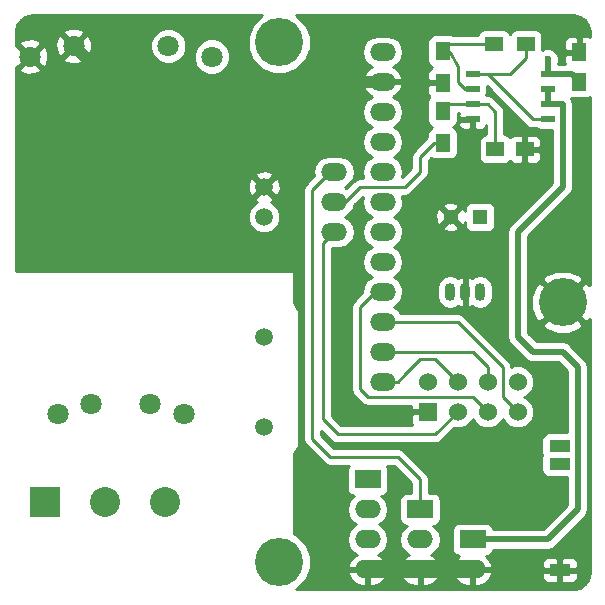
<source format=gtl>
G04 #@! TF.FileFunction,Copper,L1,Top,Signal*
%FSLAX46Y46*%
G04 Gerber Fmt 4.6, Leading zero omitted, Abs format (unit mm)*
G04 Created by KiCad (PCBNEW 4.0.2-stable) date 8-9-2016 20:36:08*
%MOMM*%
G01*
G04 APERTURE LIST*
%ADD10C,0.100000*%
%ADD11R,1.800000X1.000000*%
%ADD12O,0.899160X1.501140*%
%ADD13C,4.064000*%
%ADD14R,1.500000X1.250000*%
%ADD15R,2.540000X2.540000*%
%ADD16C,2.540000*%
%ADD17R,2.199640X1.524000*%
%ADD18O,2.199640X1.524000*%
%ADD19R,1.300000X1.500000*%
%ADD20R,1.500000X1.300000*%
%ADD21R,1.143000X0.508000*%
%ADD22C,1.500000*%
%ADD23R,1.250000X1.500000*%
%ADD24C,1.800000*%
%ADD25R,1.300000X1.300000*%
%ADD26C,1.300000*%
%ADD27R,1.524000X1.524000*%
%ADD28C,1.524000*%
%ADD29O,2.200000X1.500000*%
%ADD30C,0.600000*%
%ADD31C,0.250000*%
%ADD32C,1.500000*%
%ADD33C,1.000000*%
%ADD34C,0.500000*%
%ADD35C,0.254000*%
G04 APERTURE END LIST*
D10*
D11*
X171755000Y-116180000D03*
X171755000Y-114680000D03*
X171755000Y-125180000D03*
D12*
X163735000Y-101630000D03*
X165005000Y-101630000D03*
X162465000Y-101630000D03*
D13*
X172000000Y-102500000D03*
X148000000Y-124500000D03*
X148000000Y-80500000D03*
D14*
X166295000Y-89565000D03*
X168795000Y-89565000D03*
D15*
X128175000Y-119410000D03*
D16*
X133255000Y-119410000D03*
X138335000Y-119410000D03*
D17*
X159925000Y-120045000D03*
D18*
X159925000Y-122585000D03*
X159925000Y-125125000D03*
D17*
X155480000Y-117505000D03*
D18*
X155480000Y-120045000D03*
X155480000Y-122585000D03*
X155480000Y-125125000D03*
D17*
X164370000Y-122585000D03*
D18*
X164370000Y-125125000D03*
D19*
X161830000Y-86310000D03*
X161830000Y-89010000D03*
X161830000Y-81230000D03*
X161830000Y-83930000D03*
D20*
X168895000Y-80675000D03*
X166195000Y-80675000D03*
D21*
X170720000Y-83215000D03*
X170720000Y-84485000D03*
X170720000Y-85755000D03*
X170720000Y-87025000D03*
X164370000Y-87025000D03*
X164370000Y-85755000D03*
X164370000Y-84485000D03*
X164370000Y-83215000D03*
D22*
X146717000Y-113060000D03*
X146717000Y-105440000D03*
X146717000Y-95280000D03*
X146717000Y-92740000D03*
D23*
X173387000Y-83830000D03*
X173387000Y-81330000D03*
D24*
X129300000Y-112000000D03*
X139900000Y-112000000D03*
X138600000Y-80800000D03*
X130600000Y-80800000D03*
X132100000Y-111100000D03*
X137100000Y-111100000D03*
X126900000Y-81700000D03*
X142300000Y-81700000D03*
D25*
X165005000Y-95280000D03*
D26*
X162505000Y-95280000D03*
D27*
X160560000Y-111790000D03*
D28*
X160560000Y-109250000D03*
X163100000Y-111790000D03*
X163100000Y-109250000D03*
X165640000Y-111790000D03*
X165640000Y-109250000D03*
X168180000Y-111790000D03*
X168180000Y-109250000D03*
D29*
X156750000Y-94010000D03*
X156750000Y-91470000D03*
X156750000Y-88930000D03*
X156750000Y-86390000D03*
X156750000Y-83850000D03*
X156750000Y-81310000D03*
X156750000Y-96550000D03*
X156750000Y-99090000D03*
X156750000Y-101630000D03*
X156750000Y-104170000D03*
X156750000Y-106710000D03*
X156750000Y-109250000D03*
X152650000Y-91470000D03*
X152650000Y-94010000D03*
X152650000Y-96550000D03*
D30*
X170720000Y-81945000D03*
D31*
X161830000Y-86310000D02*
X162385000Y-85755000D01*
X162385000Y-85755000D02*
X163100000Y-85755000D01*
X163100000Y-85755000D02*
X164370000Y-85755000D01*
X166295000Y-89565000D02*
X166295000Y-86410000D01*
X165640000Y-85755000D02*
X164370000Y-85755000D01*
X166295000Y-86410000D02*
X165640000Y-85755000D01*
X161830000Y-86310000D02*
X161830000Y-86263000D01*
D32*
X164370000Y-125125000D02*
X159925000Y-125125000D01*
X159925000Y-125125000D02*
X155480000Y-125125000D01*
D33*
X156750000Y-83850000D02*
X152940000Y-83850000D01*
X134285000Y-84485000D02*
X152305000Y-84485000D01*
X152305000Y-84485000D02*
X152940000Y-83850000D01*
X134285000Y-84485000D02*
X130600000Y-80800000D01*
D34*
X170720000Y-81945000D02*
X170720000Y-83215000D01*
X170720000Y-83215000D02*
X172772000Y-83215000D01*
X172772000Y-83215000D02*
X173387000Y-83830000D01*
X164370000Y-122585000D02*
X170720000Y-122585000D01*
X169450000Y-106710000D02*
X168180000Y-105440000D01*
X171990000Y-106710000D02*
X169450000Y-106710000D01*
X173260000Y-107980000D02*
X171990000Y-106710000D01*
X173260000Y-109885000D02*
X173260000Y-107980000D01*
X173260000Y-120045000D02*
X173260000Y-109885000D01*
X170720000Y-122585000D02*
X173260000Y-120045000D01*
X170720000Y-85755000D02*
X171990000Y-85755000D01*
X171990000Y-85755000D02*
X171990000Y-92740000D01*
X171990000Y-92740000D02*
X168180000Y-96550000D01*
X168180000Y-96550000D02*
X168180000Y-105440000D01*
X170720000Y-85755000D02*
X170720000Y-84485000D01*
D31*
X164370000Y-84485000D02*
X163735000Y-84485000D01*
X163100000Y-82580000D02*
X162465000Y-81310000D01*
X163100000Y-83850000D02*
X163100000Y-82580000D01*
X163735000Y-84485000D02*
X163100000Y-83850000D01*
X162465000Y-81310000D02*
X161910000Y-81310000D01*
X161910000Y-81310000D02*
X161830000Y-81230000D01*
X166195000Y-80675000D02*
X162385000Y-80675000D01*
X162385000Y-80675000D02*
X161830000Y-81230000D01*
X168895000Y-80675000D02*
X168895000Y-81865000D01*
X167545000Y-83215000D02*
X165640000Y-83215000D01*
X168895000Y-81865000D02*
X167545000Y-83215000D01*
X170720000Y-87025000D02*
X169450000Y-87025000D01*
X165640000Y-83215000D02*
X164370000Y-83215000D01*
X169450000Y-87025000D02*
X165640000Y-83215000D01*
X156750000Y-109250000D02*
X158020000Y-109250000D01*
X158020000Y-109250000D02*
X158655000Y-108615000D01*
X161195000Y-107345000D02*
X163100000Y-109250000D01*
X161195000Y-107345000D02*
X159925000Y-107345000D01*
X159925000Y-107345000D02*
X158655000Y-108615000D01*
X158655000Y-108615000D02*
X158020000Y-109250000D01*
X165640000Y-109250000D02*
X165640000Y-107980000D01*
X165640000Y-107980000D02*
X164370000Y-106710000D01*
X164370000Y-106710000D02*
X156750000Y-106710000D01*
X164370000Y-106710000D02*
X158020000Y-106710000D01*
X165640000Y-107980000D02*
X164370000Y-106710000D01*
X156750000Y-104170000D02*
X158020000Y-104170000D01*
X166910000Y-110520000D02*
X166910000Y-107980000D01*
X166910000Y-107980000D02*
X163100000Y-104170000D01*
X163100000Y-104170000D02*
X158020000Y-104170000D01*
X166910000Y-110520000D02*
X168180000Y-111790000D01*
X165640000Y-111790000D02*
X164370000Y-110520000D01*
X154845000Y-102900000D02*
X156115000Y-101630000D01*
X154845000Y-109885000D02*
X154845000Y-102900000D01*
X155480000Y-110520000D02*
X154845000Y-109885000D01*
X164370000Y-110520000D02*
X155480000Y-110520000D01*
X156115000Y-101630000D02*
X156750000Y-101630000D01*
X152650000Y-96550000D02*
X151670000Y-97530000D01*
X151670000Y-97530000D02*
X151670000Y-112425000D01*
X161195000Y-113695000D02*
X163100000Y-111790000D01*
X152940000Y-113695000D02*
X161195000Y-113695000D01*
X151670000Y-112425000D02*
X152940000Y-113695000D01*
X152650000Y-94010000D02*
X153575000Y-94010000D01*
X153575000Y-94010000D02*
X154845000Y-92740000D01*
X154845000Y-92740000D02*
X158655000Y-92740000D01*
X158655000Y-92740000D02*
X159925000Y-91470000D01*
X159925000Y-91470000D02*
X159925000Y-90200000D01*
X159925000Y-90200000D02*
X161115000Y-89010000D01*
X161115000Y-89010000D02*
X161830000Y-89010000D01*
X152650000Y-91470000D02*
X152305000Y-91470000D01*
X152305000Y-91470000D02*
X150781000Y-92994000D01*
X150781000Y-92994000D02*
X150781000Y-114076000D01*
X159925000Y-117505000D02*
X159925000Y-120045000D01*
X158020000Y-115600000D02*
X159925000Y-117505000D01*
X157385000Y-115600000D02*
X158020000Y-115600000D01*
X152305000Y-115600000D02*
X157385000Y-115600000D01*
X150781000Y-114076000D02*
X152305000Y-115600000D01*
D35*
G36*
X146491239Y-78237709D02*
X145740345Y-78987293D01*
X145333464Y-79967173D01*
X145332538Y-81028172D01*
X145737709Y-82008761D01*
X146487293Y-82759655D01*
X147467173Y-83166536D01*
X148528172Y-83167462D01*
X149508761Y-82762291D01*
X150259655Y-82012707D01*
X150551443Y-81310000D01*
X154981009Y-81310000D01*
X155086436Y-81840017D01*
X155386666Y-82289343D01*
X155835992Y-82589573D01*
X155845661Y-82591496D01*
X155752651Y-82619028D01*
X155330855Y-82960460D01*
X155071827Y-83437316D01*
X155057682Y-83508815D01*
X155180344Y-83723000D01*
X156623000Y-83723000D01*
X156623000Y-83703000D01*
X156877000Y-83703000D01*
X156877000Y-83723000D01*
X158319656Y-83723000D01*
X158442318Y-83508815D01*
X158428173Y-83437316D01*
X158169145Y-82960460D01*
X157747349Y-82619028D01*
X157654339Y-82591496D01*
X157664008Y-82589573D01*
X158113334Y-82289343D01*
X158413564Y-81840017D01*
X158518991Y-81310000D01*
X158413564Y-80779983D01*
X158113334Y-80330657D01*
X157664008Y-80030427D01*
X157133991Y-79925000D01*
X156366009Y-79925000D01*
X155835992Y-80030427D01*
X155386666Y-80330657D01*
X155086436Y-80779983D01*
X154981009Y-81310000D01*
X150551443Y-81310000D01*
X150666536Y-81032827D01*
X150667462Y-79971828D01*
X150262291Y-78991239D01*
X149512707Y-78240345D01*
X149439628Y-78210000D01*
X172930069Y-78210000D01*
X173488338Y-78321046D01*
X173902333Y-78597669D01*
X174178953Y-79011660D01*
X174290000Y-79569931D01*
X174290000Y-80007832D01*
X174138310Y-79945000D01*
X173672750Y-79945000D01*
X173514000Y-80103750D01*
X173514000Y-81203000D01*
X173534000Y-81203000D01*
X173534000Y-81457000D01*
X173514000Y-81457000D01*
X173514000Y-81477000D01*
X173260000Y-81477000D01*
X173260000Y-81457000D01*
X172285750Y-81457000D01*
X172127000Y-81615750D01*
X172127000Y-82206309D01*
X172178235Y-82330000D01*
X171605000Y-82330000D01*
X171605000Y-82251822D01*
X171654838Y-82131799D01*
X171655162Y-81759833D01*
X171513117Y-81416057D01*
X171250327Y-81152808D01*
X170906799Y-81010162D01*
X170534833Y-81009838D01*
X170292440Y-81109993D01*
X170292440Y-80453691D01*
X172127000Y-80453691D01*
X172127000Y-81044250D01*
X172285750Y-81203000D01*
X173260000Y-81203000D01*
X173260000Y-80103750D01*
X173101250Y-79945000D01*
X172635690Y-79945000D01*
X172402301Y-80041673D01*
X172223673Y-80220302D01*
X172127000Y-80453691D01*
X170292440Y-80453691D01*
X170292440Y-80025000D01*
X170248162Y-79789683D01*
X170109090Y-79573559D01*
X169896890Y-79428569D01*
X169645000Y-79377560D01*
X168145000Y-79377560D01*
X167909683Y-79421838D01*
X167693559Y-79560910D01*
X167548569Y-79773110D01*
X167545919Y-79786197D01*
X167409090Y-79573559D01*
X167196890Y-79428569D01*
X166945000Y-79377560D01*
X165445000Y-79377560D01*
X165209683Y-79421838D01*
X164993559Y-79560910D01*
X164848569Y-79773110D01*
X164819836Y-79915000D01*
X162777891Y-79915000D01*
X162731890Y-79883569D01*
X162480000Y-79832560D01*
X161180000Y-79832560D01*
X160944683Y-79876838D01*
X160728559Y-80015910D01*
X160583569Y-80228110D01*
X160532560Y-80480000D01*
X160532560Y-81980000D01*
X160576838Y-82215317D01*
X160715910Y-82431441D01*
X160928110Y-82576431D01*
X160961490Y-82583191D01*
X160820301Y-82641673D01*
X160641673Y-82820302D01*
X160545000Y-83053691D01*
X160545000Y-83644250D01*
X160703750Y-83803000D01*
X161703000Y-83803000D01*
X161703000Y-83783000D01*
X161957000Y-83783000D01*
X161957000Y-83803000D01*
X161977000Y-83803000D01*
X161977000Y-84057000D01*
X161957000Y-84057000D01*
X161957000Y-84077000D01*
X161703000Y-84077000D01*
X161703000Y-84057000D01*
X160703750Y-84057000D01*
X160545000Y-84215750D01*
X160545000Y-84806309D01*
X160641673Y-85039698D01*
X160716108Y-85114133D01*
X160583569Y-85308110D01*
X160532560Y-85560000D01*
X160532560Y-87060000D01*
X160576838Y-87295317D01*
X160715910Y-87511441D01*
X160928110Y-87656431D01*
X160941197Y-87659081D01*
X160728559Y-87795910D01*
X160583569Y-88008110D01*
X160532560Y-88260000D01*
X160532560Y-88517638D01*
X159387599Y-89662599D01*
X159222852Y-89909161D01*
X159165000Y-90200000D01*
X159165000Y-91155198D01*
X158436751Y-91883447D01*
X158518991Y-91470000D01*
X158413564Y-90939983D01*
X158113334Y-90490657D01*
X157678335Y-90200000D01*
X158113334Y-89909343D01*
X158413564Y-89460017D01*
X158518991Y-88930000D01*
X158413564Y-88399983D01*
X158113334Y-87950657D01*
X157678335Y-87660000D01*
X158113334Y-87369343D01*
X158413564Y-86920017D01*
X158518991Y-86390000D01*
X158413564Y-85859983D01*
X158113334Y-85410657D01*
X157664008Y-85110427D01*
X157654339Y-85108504D01*
X157747349Y-85080972D01*
X158169145Y-84739540D01*
X158428173Y-84262684D01*
X158442318Y-84191185D01*
X158319656Y-83977000D01*
X156877000Y-83977000D01*
X156877000Y-83997000D01*
X156623000Y-83997000D01*
X156623000Y-83977000D01*
X155180344Y-83977000D01*
X155057682Y-84191185D01*
X155071827Y-84262684D01*
X155330855Y-84739540D01*
X155752651Y-85080972D01*
X155845661Y-85108504D01*
X155835992Y-85110427D01*
X155386666Y-85410657D01*
X155086436Y-85859983D01*
X154981009Y-86390000D01*
X155086436Y-86920017D01*
X155386666Y-87369343D01*
X155821665Y-87660000D01*
X155386666Y-87950657D01*
X155086436Y-88399983D01*
X154981009Y-88930000D01*
X155086436Y-89460017D01*
X155386666Y-89909343D01*
X155821665Y-90200000D01*
X155386666Y-90490657D01*
X155086436Y-90939983D01*
X154981009Y-91470000D01*
X155082454Y-91980000D01*
X154845000Y-91980000D01*
X154554160Y-92037852D01*
X154307599Y-92202599D01*
X153693348Y-92816850D01*
X153578335Y-92740000D01*
X154013334Y-92449343D01*
X154313564Y-92000017D01*
X154418991Y-91470000D01*
X154313564Y-90939983D01*
X154013334Y-90490657D01*
X153564008Y-90190427D01*
X153033991Y-90085000D01*
X152266009Y-90085000D01*
X151735992Y-90190427D01*
X151286666Y-90490657D01*
X150986436Y-90939983D01*
X150881009Y-91470000D01*
X150938943Y-91761255D01*
X150243599Y-92456599D01*
X150078852Y-92703161D01*
X150021000Y-92994000D01*
X150021000Y-114076000D01*
X150078852Y-114366839D01*
X150243599Y-114613401D01*
X151767599Y-116137401D01*
X152014160Y-116302148D01*
X152062414Y-116311746D01*
X152305000Y-116360000D01*
X153873333Y-116360000D01*
X153783749Y-116491110D01*
X153732740Y-116743000D01*
X153732740Y-118267000D01*
X153777018Y-118502317D01*
X153916090Y-118718441D01*
X154128290Y-118863431D01*
X154344724Y-118907260D01*
X154120365Y-119057172D01*
X153817533Y-119510391D01*
X153711193Y-120045000D01*
X153817533Y-120579609D01*
X154120365Y-121032828D01*
X154542664Y-121315000D01*
X154120365Y-121597172D01*
X153817533Y-122050391D01*
X153711193Y-122585000D01*
X153817533Y-123119609D01*
X154120365Y-123572828D01*
X154555606Y-123863647D01*
X154490239Y-123882941D01*
X154064550Y-124226974D01*
X153802920Y-124707723D01*
X153787960Y-124781930D01*
X153910460Y-124998000D01*
X155353000Y-124998000D01*
X155353000Y-124978000D01*
X155607000Y-124978000D01*
X155607000Y-124998000D01*
X157049540Y-124998000D01*
X157172040Y-124781930D01*
X157157080Y-124707723D01*
X156895450Y-124226974D01*
X156469761Y-123882941D01*
X156404394Y-123863647D01*
X156839635Y-123572828D01*
X157142467Y-123119609D01*
X157248807Y-122585000D01*
X157142467Y-122050391D01*
X156839635Y-121597172D01*
X156417336Y-121315000D01*
X156839635Y-121032828D01*
X157142467Y-120579609D01*
X157248807Y-120045000D01*
X157142467Y-119510391D01*
X156839635Y-119057172D01*
X156615870Y-118907657D01*
X156815137Y-118870162D01*
X157031261Y-118731090D01*
X157176251Y-118518890D01*
X157227260Y-118267000D01*
X157227260Y-116743000D01*
X157182982Y-116507683D01*
X157087951Y-116360000D01*
X157705198Y-116360000D01*
X159165000Y-117819802D01*
X159165000Y-118635560D01*
X158825180Y-118635560D01*
X158589863Y-118679838D01*
X158373739Y-118818910D01*
X158228749Y-119031110D01*
X158177740Y-119283000D01*
X158177740Y-120807000D01*
X158222018Y-121042317D01*
X158361090Y-121258441D01*
X158573290Y-121403431D01*
X158789724Y-121447260D01*
X158565365Y-121597172D01*
X158262533Y-122050391D01*
X158156193Y-122585000D01*
X158262533Y-123119609D01*
X158565365Y-123572828D01*
X159000606Y-123863647D01*
X158935239Y-123882941D01*
X158509550Y-124226974D01*
X158247920Y-124707723D01*
X158232960Y-124781930D01*
X158355460Y-124998000D01*
X159798000Y-124998000D01*
X159798000Y-124978000D01*
X160052000Y-124978000D01*
X160052000Y-124998000D01*
X161494540Y-124998000D01*
X161617040Y-124781930D01*
X161602080Y-124707723D01*
X161340450Y-124226974D01*
X160914761Y-123882941D01*
X160849394Y-123863647D01*
X161284635Y-123572828D01*
X161587467Y-123119609D01*
X161693807Y-122585000D01*
X161587467Y-122050391D01*
X161284635Y-121597172D01*
X161060870Y-121447657D01*
X161260137Y-121410162D01*
X161476261Y-121271090D01*
X161621251Y-121058890D01*
X161672260Y-120807000D01*
X161672260Y-119283000D01*
X161627982Y-119047683D01*
X161488910Y-118831559D01*
X161276710Y-118686569D01*
X161024820Y-118635560D01*
X160685000Y-118635560D01*
X160685000Y-117505000D01*
X160627148Y-117214161D01*
X160462401Y-116967599D01*
X158557401Y-115062599D01*
X158310839Y-114897852D01*
X158020000Y-114840000D01*
X152619802Y-114840000D01*
X151541000Y-113761198D01*
X151541000Y-113370802D01*
X152402599Y-114232401D01*
X152649160Y-114397148D01*
X152940000Y-114455000D01*
X161195000Y-114455000D01*
X161485839Y-114397148D01*
X161732401Y-114232401D01*
X162790619Y-113174183D01*
X162820900Y-113186757D01*
X163376661Y-113187242D01*
X163890303Y-112975010D01*
X164283629Y-112582370D01*
X164369949Y-112374488D01*
X164454990Y-112580303D01*
X164847630Y-112973629D01*
X165360900Y-113186757D01*
X165916661Y-113187242D01*
X166430303Y-112975010D01*
X166823629Y-112582370D01*
X166909949Y-112374488D01*
X166994990Y-112580303D01*
X167387630Y-112973629D01*
X167900900Y-113186757D01*
X168456661Y-113187242D01*
X168970303Y-112975010D01*
X169363629Y-112582370D01*
X169576757Y-112069100D01*
X169577242Y-111513339D01*
X169365010Y-110999697D01*
X168972370Y-110606371D01*
X168764488Y-110520051D01*
X168970303Y-110435010D01*
X169363629Y-110042370D01*
X169576757Y-109529100D01*
X169577242Y-108973339D01*
X169365010Y-108459697D01*
X168972370Y-108066371D01*
X168459100Y-107853243D01*
X167903339Y-107852758D01*
X167664333Y-107951513D01*
X167612148Y-107689161D01*
X167447401Y-107442599D01*
X163637401Y-103632599D01*
X163390839Y-103467852D01*
X163100000Y-103410000D01*
X158259894Y-103410000D01*
X158113334Y-103190657D01*
X157678335Y-102900000D01*
X158113334Y-102609343D01*
X158413564Y-102160017D01*
X158518991Y-101630000D01*
X158453721Y-101301865D01*
X161380420Y-101301865D01*
X161380420Y-101958135D01*
X161462979Y-102373186D01*
X161698086Y-102725049D01*
X162049949Y-102960156D01*
X162465000Y-103042715D01*
X162880051Y-102960156D01*
X163104238Y-102810359D01*
X163441065Y-102974981D01*
X163608000Y-102848068D01*
X163608000Y-101757000D01*
X163588000Y-101757000D01*
X163588000Y-101503000D01*
X163608000Y-101503000D01*
X163608000Y-100411932D01*
X163862000Y-100411932D01*
X163862000Y-101503000D01*
X163882000Y-101503000D01*
X163882000Y-101757000D01*
X163862000Y-101757000D01*
X163862000Y-102848068D01*
X164028935Y-102974981D01*
X164365762Y-102810359D01*
X164589949Y-102960156D01*
X165005000Y-103042715D01*
X165420051Y-102960156D01*
X165771914Y-102725049D01*
X166007021Y-102373186D01*
X166089580Y-101958135D01*
X166089580Y-101301865D01*
X166007021Y-100886814D01*
X165771914Y-100534951D01*
X165420051Y-100299844D01*
X165005000Y-100217285D01*
X164589949Y-100299844D01*
X164365762Y-100449641D01*
X164028935Y-100285019D01*
X163862000Y-100411932D01*
X163608000Y-100411932D01*
X163441065Y-100285019D01*
X163104238Y-100449641D01*
X162880051Y-100299844D01*
X162465000Y-100217285D01*
X162049949Y-100299844D01*
X161698086Y-100534951D01*
X161462979Y-100886814D01*
X161380420Y-101301865D01*
X158453721Y-101301865D01*
X158413564Y-101099983D01*
X158113334Y-100650657D01*
X157678335Y-100360000D01*
X158113334Y-100069343D01*
X158413564Y-99620017D01*
X158518991Y-99090000D01*
X158413564Y-98559983D01*
X158113334Y-98110657D01*
X157678335Y-97820000D01*
X158113334Y-97529343D01*
X158413564Y-97080017D01*
X158518991Y-96550000D01*
X158445198Y-96179016D01*
X161785590Y-96179016D01*
X161841271Y-96409611D01*
X162324078Y-96577622D01*
X162834428Y-96548083D01*
X163168729Y-96409611D01*
X163224410Y-96179016D01*
X162505000Y-95459605D01*
X161785590Y-96179016D01*
X158445198Y-96179016D01*
X158413564Y-96019983D01*
X158113334Y-95570657D01*
X157678335Y-95280000D01*
X157949103Y-95099078D01*
X161207378Y-95099078D01*
X161236917Y-95609428D01*
X161375389Y-95943729D01*
X161605984Y-95999410D01*
X162325395Y-95280000D01*
X162684605Y-95280000D01*
X163404016Y-95999410D01*
X163634611Y-95943729D01*
X163707560Y-95734098D01*
X163707560Y-95930000D01*
X163751838Y-96165317D01*
X163890910Y-96381441D01*
X164103110Y-96526431D01*
X164355000Y-96577440D01*
X165655000Y-96577440D01*
X165890317Y-96533162D01*
X166106441Y-96394090D01*
X166251431Y-96181890D01*
X166302440Y-95930000D01*
X166302440Y-94630000D01*
X166258162Y-94394683D01*
X166119090Y-94178559D01*
X165906890Y-94033569D01*
X165655000Y-93982560D01*
X164355000Y-93982560D01*
X164119683Y-94026838D01*
X163903559Y-94165910D01*
X163758569Y-94378110D01*
X163707560Y-94630000D01*
X163707560Y-94792385D01*
X163634611Y-94616271D01*
X163404016Y-94560590D01*
X162684605Y-95280000D01*
X162325395Y-95280000D01*
X161605984Y-94560590D01*
X161375389Y-94616271D01*
X161207378Y-95099078D01*
X157949103Y-95099078D01*
X158113334Y-94989343D01*
X158413564Y-94540017D01*
X158445197Y-94380984D01*
X161785590Y-94380984D01*
X162505000Y-95100395D01*
X163224410Y-94380984D01*
X163168729Y-94150389D01*
X162685922Y-93982378D01*
X162175572Y-94011917D01*
X161841271Y-94150389D01*
X161785590Y-94380984D01*
X158445197Y-94380984D01*
X158518991Y-94010000D01*
X158417546Y-93500000D01*
X158655000Y-93500000D01*
X158945839Y-93442148D01*
X159192401Y-93277401D01*
X160462401Y-92007401D01*
X160627148Y-91760840D01*
X160685000Y-91470000D01*
X160685000Y-90514802D01*
X160877768Y-90322034D01*
X160928110Y-90356431D01*
X161180000Y-90407440D01*
X162480000Y-90407440D01*
X162715317Y-90363162D01*
X162931441Y-90224090D01*
X163076431Y-90011890D01*
X163127440Y-89760000D01*
X163127440Y-88260000D01*
X163083162Y-88024683D01*
X162944090Y-87808559D01*
X162731890Y-87663569D01*
X162718803Y-87660919D01*
X162931441Y-87524090D01*
X163076431Y-87311890D01*
X163076661Y-87310750D01*
X163163500Y-87310750D01*
X163163500Y-87405309D01*
X163260173Y-87638698D01*
X163438801Y-87817327D01*
X163672190Y-87914000D01*
X164084250Y-87914000D01*
X164243000Y-87755250D01*
X164243000Y-87152000D01*
X163322250Y-87152000D01*
X163163500Y-87310750D01*
X163076661Y-87310750D01*
X163127440Y-87060000D01*
X163127440Y-86515000D01*
X163217220Y-86515000D01*
X163163500Y-86644691D01*
X163163500Y-86739250D01*
X163322250Y-86898000D01*
X164243000Y-86898000D01*
X164243000Y-86878000D01*
X164497000Y-86878000D01*
X164497000Y-86898000D01*
X164517000Y-86898000D01*
X164517000Y-87152000D01*
X164497000Y-87152000D01*
X164497000Y-87755250D01*
X164655750Y-87914000D01*
X165067810Y-87914000D01*
X165301199Y-87817327D01*
X165479827Y-87638698D01*
X165535000Y-87505499D01*
X165535000Y-88294442D01*
X165309683Y-88336838D01*
X165093559Y-88475910D01*
X164948569Y-88688110D01*
X164897560Y-88940000D01*
X164897560Y-90190000D01*
X164941838Y-90425317D01*
X165080910Y-90641441D01*
X165293110Y-90786431D01*
X165545000Y-90837440D01*
X167045000Y-90837440D01*
X167280317Y-90793162D01*
X167496441Y-90654090D01*
X167542969Y-90585994D01*
X167685302Y-90728327D01*
X167918691Y-90825000D01*
X168509250Y-90825000D01*
X168668000Y-90666250D01*
X168668000Y-89692000D01*
X168922000Y-89692000D01*
X168922000Y-90666250D01*
X169080750Y-90825000D01*
X169671309Y-90825000D01*
X169904698Y-90728327D01*
X170083327Y-90549699D01*
X170180000Y-90316310D01*
X170180000Y-89850750D01*
X170021250Y-89692000D01*
X168922000Y-89692000D01*
X168668000Y-89692000D01*
X168648000Y-89692000D01*
X168648000Y-89438000D01*
X168668000Y-89438000D01*
X168668000Y-88463750D01*
X168922000Y-88463750D01*
X168922000Y-89438000D01*
X170021250Y-89438000D01*
X170180000Y-89279250D01*
X170180000Y-88813690D01*
X170083327Y-88580301D01*
X169904698Y-88401673D01*
X169671309Y-88305000D01*
X169080750Y-88305000D01*
X168922000Y-88463750D01*
X168668000Y-88463750D01*
X168509250Y-88305000D01*
X167918691Y-88305000D01*
X167685302Y-88401673D01*
X167544064Y-88542910D01*
X167509090Y-88488559D01*
X167296890Y-88343569D01*
X167055000Y-88294585D01*
X167055000Y-86410000D01*
X166997148Y-86119161D01*
X166832401Y-85872599D01*
X166177401Y-85217599D01*
X165930839Y-85052852D01*
X165640000Y-84995000D01*
X165535123Y-84995000D01*
X165537931Y-84990890D01*
X165588940Y-84739000D01*
X165588940Y-84238742D01*
X168912599Y-87562401D01*
X169159161Y-87727148D01*
X169450000Y-87785000D01*
X169764260Y-87785000D01*
X169896610Y-87875431D01*
X170148500Y-87926440D01*
X171105000Y-87926440D01*
X171105000Y-92373421D01*
X167554210Y-95924210D01*
X167362367Y-96211325D01*
X167362367Y-96211326D01*
X167294999Y-96550000D01*
X167295000Y-96550005D01*
X167295000Y-105439995D01*
X167294999Y-105440000D01*
X167349559Y-105714285D01*
X167362367Y-105778675D01*
X167476842Y-105950000D01*
X167554210Y-106065790D01*
X168824208Y-107335787D01*
X168824210Y-107335790D01*
X169025071Y-107470000D01*
X169111325Y-107527633D01*
X169450000Y-107595001D01*
X169450005Y-107595000D01*
X171623420Y-107595000D01*
X172375000Y-108346579D01*
X172375000Y-113532560D01*
X170855000Y-113532560D01*
X170619683Y-113576838D01*
X170403559Y-113715910D01*
X170258569Y-113928110D01*
X170207560Y-114180000D01*
X170207560Y-115180000D01*
X170251838Y-115415317D01*
X170259342Y-115426979D01*
X170258569Y-115428110D01*
X170207560Y-115680000D01*
X170207560Y-116680000D01*
X170251838Y-116915317D01*
X170390910Y-117131441D01*
X170603110Y-117276431D01*
X170855000Y-117327440D01*
X172375000Y-117327440D01*
X172375000Y-119678421D01*
X170353420Y-121700000D01*
X166094116Y-121700000D01*
X166072982Y-121587683D01*
X165933910Y-121371559D01*
X165721710Y-121226569D01*
X165469820Y-121175560D01*
X163270180Y-121175560D01*
X163034863Y-121219838D01*
X162818739Y-121358910D01*
X162673749Y-121571110D01*
X162622740Y-121823000D01*
X162622740Y-123347000D01*
X162667018Y-123582317D01*
X162806090Y-123798441D01*
X163018290Y-123943431D01*
X163247867Y-123989921D01*
X162954550Y-124226974D01*
X162692920Y-124707723D01*
X162677960Y-124781930D01*
X162800460Y-124998000D01*
X164243000Y-124998000D01*
X164243000Y-124978000D01*
X164497000Y-124978000D01*
X164497000Y-124998000D01*
X165939540Y-124998000D01*
X166062040Y-124781930D01*
X166047080Y-124707723D01*
X165963254Y-124553691D01*
X170220000Y-124553691D01*
X170220000Y-124894250D01*
X170378750Y-125053000D01*
X171628000Y-125053000D01*
X171628000Y-124203750D01*
X171882000Y-124203750D01*
X171882000Y-125053000D01*
X173131250Y-125053000D01*
X173290000Y-124894250D01*
X173290000Y-124553691D01*
X173193327Y-124320302D01*
X173014699Y-124141673D01*
X172781310Y-124045000D01*
X172040750Y-124045000D01*
X171882000Y-124203750D01*
X171628000Y-124203750D01*
X171469250Y-124045000D01*
X170728690Y-124045000D01*
X170495301Y-124141673D01*
X170316673Y-124320302D01*
X170220000Y-124553691D01*
X165963254Y-124553691D01*
X165785450Y-124226974D01*
X165492454Y-123990181D01*
X165705137Y-123950162D01*
X165921261Y-123811090D01*
X166066251Y-123598890D01*
X166092352Y-123470000D01*
X170719995Y-123470000D01*
X170720000Y-123470001D01*
X171002484Y-123413810D01*
X171058675Y-123402633D01*
X171345790Y-123210790D01*
X173885787Y-120670792D01*
X173885790Y-120670790D01*
X174077633Y-120383675D01*
X174145000Y-120045000D01*
X174145000Y-107980005D01*
X174145001Y-107980000D01*
X174077633Y-107641325D01*
X174046680Y-107595000D01*
X173885790Y-107354210D01*
X173885787Y-107354208D01*
X172615790Y-106084210D01*
X172588222Y-106065790D01*
X172328675Y-105892367D01*
X172272484Y-105881190D01*
X171990000Y-105824999D01*
X171989995Y-105825000D01*
X169816579Y-105825000D01*
X169065000Y-105073420D01*
X169065000Y-104398121D01*
X170281484Y-104398121D01*
X170506154Y-104772168D01*
X171489388Y-105170880D01*
X172550357Y-105162975D01*
X173493846Y-104772168D01*
X173718516Y-104398121D01*
X172000000Y-102679605D01*
X170281484Y-104398121D01*
X169065000Y-104398121D01*
X169065000Y-101989388D01*
X169329120Y-101989388D01*
X169337025Y-103050357D01*
X169727832Y-103993846D01*
X170101879Y-104218516D01*
X171820395Y-102500000D01*
X170101879Y-100781484D01*
X169727832Y-101006154D01*
X169329120Y-101989388D01*
X169065000Y-101989388D01*
X169065000Y-100601879D01*
X170281484Y-100601879D01*
X172000000Y-102320395D01*
X173718516Y-100601879D01*
X173493846Y-100227832D01*
X172510612Y-99829120D01*
X171449643Y-99837025D01*
X170506154Y-100227832D01*
X170281484Y-100601879D01*
X169065000Y-100601879D01*
X169065000Y-96916580D01*
X172615787Y-93365792D01*
X172615790Y-93365790D01*
X172807633Y-93078675D01*
X172834257Y-92944829D01*
X172875001Y-92740000D01*
X172875000Y-92739995D01*
X172875000Y-85755000D01*
X172807633Y-85416325D01*
X172668816Y-85208570D01*
X172762000Y-85227440D01*
X174012000Y-85227440D01*
X174247317Y-85183162D01*
X174290000Y-85155696D01*
X174290000Y-101049204D01*
X174272168Y-101006154D01*
X173898121Y-100781484D01*
X172179605Y-102500000D01*
X173898121Y-104218516D01*
X174272168Y-103993846D01*
X174290000Y-103949872D01*
X174290000Y-125430069D01*
X174178953Y-125988340D01*
X173902333Y-126402331D01*
X173488338Y-126678954D01*
X172930069Y-126790000D01*
X149441700Y-126790000D01*
X149508761Y-126762291D01*
X150259655Y-126012707D01*
X150485807Y-125468070D01*
X153787960Y-125468070D01*
X153802920Y-125542277D01*
X154064550Y-126023026D01*
X154490239Y-126367059D01*
X155015180Y-126522000D01*
X155353000Y-126522000D01*
X155353000Y-125252000D01*
X155607000Y-125252000D01*
X155607000Y-126522000D01*
X155944820Y-126522000D01*
X156469761Y-126367059D01*
X156895450Y-126023026D01*
X157157080Y-125542277D01*
X157172040Y-125468070D01*
X158232960Y-125468070D01*
X158247920Y-125542277D01*
X158509550Y-126023026D01*
X158935239Y-126367059D01*
X159460180Y-126522000D01*
X159798000Y-126522000D01*
X159798000Y-125252000D01*
X160052000Y-125252000D01*
X160052000Y-126522000D01*
X160389820Y-126522000D01*
X160914761Y-126367059D01*
X161340450Y-126023026D01*
X161602080Y-125542277D01*
X161617040Y-125468070D01*
X162677960Y-125468070D01*
X162692920Y-125542277D01*
X162954550Y-126023026D01*
X163380239Y-126367059D01*
X163905180Y-126522000D01*
X164243000Y-126522000D01*
X164243000Y-125252000D01*
X164497000Y-125252000D01*
X164497000Y-126522000D01*
X164834820Y-126522000D01*
X165359761Y-126367059D01*
X165785450Y-126023026D01*
X166047080Y-125542277D01*
X166062040Y-125468070D01*
X166060725Y-125465750D01*
X170220000Y-125465750D01*
X170220000Y-125806309D01*
X170316673Y-126039698D01*
X170495301Y-126218327D01*
X170728690Y-126315000D01*
X171469250Y-126315000D01*
X171628000Y-126156250D01*
X171628000Y-125307000D01*
X171882000Y-125307000D01*
X171882000Y-126156250D01*
X172040750Y-126315000D01*
X172781310Y-126315000D01*
X173014699Y-126218327D01*
X173193327Y-126039698D01*
X173290000Y-125806309D01*
X173290000Y-125465750D01*
X173131250Y-125307000D01*
X171882000Y-125307000D01*
X171628000Y-125307000D01*
X170378750Y-125307000D01*
X170220000Y-125465750D01*
X166060725Y-125465750D01*
X165939540Y-125252000D01*
X164497000Y-125252000D01*
X164243000Y-125252000D01*
X162800460Y-125252000D01*
X162677960Y-125468070D01*
X161617040Y-125468070D01*
X161494540Y-125252000D01*
X160052000Y-125252000D01*
X159798000Y-125252000D01*
X158355460Y-125252000D01*
X158232960Y-125468070D01*
X157172040Y-125468070D01*
X157049540Y-125252000D01*
X155607000Y-125252000D01*
X155353000Y-125252000D01*
X153910460Y-125252000D01*
X153787960Y-125468070D01*
X150485807Y-125468070D01*
X150666536Y-125032827D01*
X150667462Y-123971828D01*
X150262291Y-122991239D01*
X149512707Y-122240345D01*
X149230000Y-122122955D01*
X149230000Y-115278194D01*
X149242277Y-115269991D01*
X149434991Y-115077277D01*
X149545112Y-114912470D01*
X149600951Y-114777664D01*
X149649410Y-114660673D01*
X149688079Y-114466270D01*
X149688079Y-114397472D01*
X149701500Y-114330000D01*
X149701500Y-103535000D01*
X149688078Y-103467524D01*
X149688078Y-103398727D01*
X149649408Y-103204324D01*
X149615472Y-103122397D01*
X149545112Y-102952532D01*
X149434992Y-102787725D01*
X149386346Y-102739079D01*
X149348124Y-102681876D01*
X149230000Y-102563752D01*
X149230000Y-100000000D01*
X149219994Y-99950590D01*
X149191553Y-99908965D01*
X149149159Y-99881685D01*
X149103000Y-99873000D01*
X125710000Y-99873000D01*
X125710000Y-95554285D01*
X145331760Y-95554285D01*
X145542169Y-96063515D01*
X145931436Y-96453461D01*
X146440298Y-96664759D01*
X146991285Y-96665240D01*
X147500515Y-96454831D01*
X147890461Y-96065564D01*
X148101759Y-95556702D01*
X148102240Y-95005715D01*
X147891831Y-94496485D01*
X147502564Y-94106539D01*
X147286021Y-94016623D01*
X147440923Y-93952460D01*
X147508912Y-93711517D01*
X146717000Y-92919605D01*
X145925088Y-93711517D01*
X145993077Y-93952460D01*
X146159621Y-94011732D01*
X145933485Y-94105169D01*
X145543539Y-94494436D01*
X145332241Y-95003298D01*
X145331760Y-95554285D01*
X125710000Y-95554285D01*
X125710000Y-92535171D01*
X145319799Y-92535171D01*
X145347770Y-93085448D01*
X145504540Y-93463923D01*
X145745483Y-93531912D01*
X146537395Y-92740000D01*
X146896605Y-92740000D01*
X147688517Y-93531912D01*
X147929460Y-93463923D01*
X148114201Y-92944829D01*
X148086230Y-92394552D01*
X147929460Y-92016077D01*
X147688517Y-91948088D01*
X146896605Y-92740000D01*
X146537395Y-92740000D01*
X145745483Y-91948088D01*
X145504540Y-92016077D01*
X145319799Y-92535171D01*
X125710000Y-92535171D01*
X125710000Y-91768483D01*
X145925088Y-91768483D01*
X146717000Y-92560395D01*
X147508912Y-91768483D01*
X147440923Y-91527540D01*
X146921829Y-91342799D01*
X146371552Y-91370770D01*
X145993077Y-91527540D01*
X145925088Y-91768483D01*
X125710000Y-91768483D01*
X125710000Y-82780159D01*
X125999446Y-82780159D01*
X126085852Y-83036643D01*
X126659336Y-83246458D01*
X127269460Y-83220839D01*
X127714148Y-83036643D01*
X127800554Y-82780159D01*
X126900000Y-81879605D01*
X125999446Y-82780159D01*
X125710000Y-82780159D01*
X125710000Y-82563550D01*
X125819841Y-82600554D01*
X126720395Y-81700000D01*
X127079605Y-81700000D01*
X127980159Y-82600554D01*
X128236643Y-82514148D01*
X128446458Y-81940664D01*
X128443918Y-81880159D01*
X129699446Y-81880159D01*
X129785852Y-82136643D01*
X130359336Y-82346458D01*
X130969460Y-82320839D01*
X131414148Y-82136643D01*
X131500554Y-81880159D01*
X130600000Y-80979605D01*
X129699446Y-81880159D01*
X128443918Y-81880159D01*
X128420839Y-81330540D01*
X128236643Y-80885852D01*
X127980159Y-80799446D01*
X127079605Y-81700000D01*
X126720395Y-81700000D01*
X125819841Y-80799446D01*
X125710000Y-80836450D01*
X125710000Y-80619841D01*
X125999446Y-80619841D01*
X126900000Y-81520395D01*
X127800554Y-80619841D01*
X127780171Y-80559336D01*
X129053542Y-80559336D01*
X129079161Y-81169460D01*
X129263357Y-81614148D01*
X129519841Y-81700554D01*
X130420395Y-80800000D01*
X130779605Y-80800000D01*
X131680159Y-81700554D01*
X131936643Y-81614148D01*
X132123289Y-81103991D01*
X137064735Y-81103991D01*
X137297932Y-81668371D01*
X137729357Y-82100551D01*
X138293330Y-82334733D01*
X138903991Y-82335265D01*
X139468371Y-82102068D01*
X139566619Y-82003991D01*
X140764735Y-82003991D01*
X140997932Y-82568371D01*
X141429357Y-83000551D01*
X141993330Y-83234733D01*
X142603991Y-83235265D01*
X143168371Y-83002068D01*
X143600551Y-82570643D01*
X143834733Y-82006670D01*
X143835265Y-81396009D01*
X143602068Y-80831629D01*
X143170643Y-80399449D01*
X142606670Y-80165267D01*
X141996009Y-80164735D01*
X141431629Y-80397932D01*
X140999449Y-80829357D01*
X140765267Y-81393330D01*
X140764735Y-82003991D01*
X139566619Y-82003991D01*
X139900551Y-81670643D01*
X140134733Y-81106670D01*
X140135265Y-80496009D01*
X139902068Y-79931629D01*
X139470643Y-79499449D01*
X138906670Y-79265267D01*
X138296009Y-79264735D01*
X137731629Y-79497932D01*
X137299449Y-79929357D01*
X137065267Y-80493330D01*
X137064735Y-81103991D01*
X132123289Y-81103991D01*
X132146458Y-81040664D01*
X132120839Y-80430540D01*
X131936643Y-79985852D01*
X131680159Y-79899446D01*
X130779605Y-80800000D01*
X130420395Y-80800000D01*
X129519841Y-79899446D01*
X129263357Y-79985852D01*
X129053542Y-80559336D01*
X127780171Y-80559336D01*
X127714148Y-80363357D01*
X127140664Y-80153542D01*
X126530540Y-80179161D01*
X126085852Y-80363357D01*
X125999446Y-80619841D01*
X125710000Y-80619841D01*
X125710000Y-79719841D01*
X129699446Y-79719841D01*
X130600000Y-80620395D01*
X131500554Y-79719841D01*
X131414148Y-79463357D01*
X130840664Y-79253542D01*
X130230540Y-79279161D01*
X129785852Y-79463357D01*
X129699446Y-79719841D01*
X125710000Y-79719841D01*
X125710000Y-79569931D01*
X125821046Y-79011662D01*
X126097669Y-78597667D01*
X126511660Y-78321047D01*
X127069931Y-78210000D01*
X146558300Y-78210000D01*
X146491239Y-78237709D01*
X146491239Y-78237709D01*
G37*
X146491239Y-78237709D02*
X145740345Y-78987293D01*
X145333464Y-79967173D01*
X145332538Y-81028172D01*
X145737709Y-82008761D01*
X146487293Y-82759655D01*
X147467173Y-83166536D01*
X148528172Y-83167462D01*
X149508761Y-82762291D01*
X150259655Y-82012707D01*
X150551443Y-81310000D01*
X154981009Y-81310000D01*
X155086436Y-81840017D01*
X155386666Y-82289343D01*
X155835992Y-82589573D01*
X155845661Y-82591496D01*
X155752651Y-82619028D01*
X155330855Y-82960460D01*
X155071827Y-83437316D01*
X155057682Y-83508815D01*
X155180344Y-83723000D01*
X156623000Y-83723000D01*
X156623000Y-83703000D01*
X156877000Y-83703000D01*
X156877000Y-83723000D01*
X158319656Y-83723000D01*
X158442318Y-83508815D01*
X158428173Y-83437316D01*
X158169145Y-82960460D01*
X157747349Y-82619028D01*
X157654339Y-82591496D01*
X157664008Y-82589573D01*
X158113334Y-82289343D01*
X158413564Y-81840017D01*
X158518991Y-81310000D01*
X158413564Y-80779983D01*
X158113334Y-80330657D01*
X157664008Y-80030427D01*
X157133991Y-79925000D01*
X156366009Y-79925000D01*
X155835992Y-80030427D01*
X155386666Y-80330657D01*
X155086436Y-80779983D01*
X154981009Y-81310000D01*
X150551443Y-81310000D01*
X150666536Y-81032827D01*
X150667462Y-79971828D01*
X150262291Y-78991239D01*
X149512707Y-78240345D01*
X149439628Y-78210000D01*
X172930069Y-78210000D01*
X173488338Y-78321046D01*
X173902333Y-78597669D01*
X174178953Y-79011660D01*
X174290000Y-79569931D01*
X174290000Y-80007832D01*
X174138310Y-79945000D01*
X173672750Y-79945000D01*
X173514000Y-80103750D01*
X173514000Y-81203000D01*
X173534000Y-81203000D01*
X173534000Y-81457000D01*
X173514000Y-81457000D01*
X173514000Y-81477000D01*
X173260000Y-81477000D01*
X173260000Y-81457000D01*
X172285750Y-81457000D01*
X172127000Y-81615750D01*
X172127000Y-82206309D01*
X172178235Y-82330000D01*
X171605000Y-82330000D01*
X171605000Y-82251822D01*
X171654838Y-82131799D01*
X171655162Y-81759833D01*
X171513117Y-81416057D01*
X171250327Y-81152808D01*
X170906799Y-81010162D01*
X170534833Y-81009838D01*
X170292440Y-81109993D01*
X170292440Y-80453691D01*
X172127000Y-80453691D01*
X172127000Y-81044250D01*
X172285750Y-81203000D01*
X173260000Y-81203000D01*
X173260000Y-80103750D01*
X173101250Y-79945000D01*
X172635690Y-79945000D01*
X172402301Y-80041673D01*
X172223673Y-80220302D01*
X172127000Y-80453691D01*
X170292440Y-80453691D01*
X170292440Y-80025000D01*
X170248162Y-79789683D01*
X170109090Y-79573559D01*
X169896890Y-79428569D01*
X169645000Y-79377560D01*
X168145000Y-79377560D01*
X167909683Y-79421838D01*
X167693559Y-79560910D01*
X167548569Y-79773110D01*
X167545919Y-79786197D01*
X167409090Y-79573559D01*
X167196890Y-79428569D01*
X166945000Y-79377560D01*
X165445000Y-79377560D01*
X165209683Y-79421838D01*
X164993559Y-79560910D01*
X164848569Y-79773110D01*
X164819836Y-79915000D01*
X162777891Y-79915000D01*
X162731890Y-79883569D01*
X162480000Y-79832560D01*
X161180000Y-79832560D01*
X160944683Y-79876838D01*
X160728559Y-80015910D01*
X160583569Y-80228110D01*
X160532560Y-80480000D01*
X160532560Y-81980000D01*
X160576838Y-82215317D01*
X160715910Y-82431441D01*
X160928110Y-82576431D01*
X160961490Y-82583191D01*
X160820301Y-82641673D01*
X160641673Y-82820302D01*
X160545000Y-83053691D01*
X160545000Y-83644250D01*
X160703750Y-83803000D01*
X161703000Y-83803000D01*
X161703000Y-83783000D01*
X161957000Y-83783000D01*
X161957000Y-83803000D01*
X161977000Y-83803000D01*
X161977000Y-84057000D01*
X161957000Y-84057000D01*
X161957000Y-84077000D01*
X161703000Y-84077000D01*
X161703000Y-84057000D01*
X160703750Y-84057000D01*
X160545000Y-84215750D01*
X160545000Y-84806309D01*
X160641673Y-85039698D01*
X160716108Y-85114133D01*
X160583569Y-85308110D01*
X160532560Y-85560000D01*
X160532560Y-87060000D01*
X160576838Y-87295317D01*
X160715910Y-87511441D01*
X160928110Y-87656431D01*
X160941197Y-87659081D01*
X160728559Y-87795910D01*
X160583569Y-88008110D01*
X160532560Y-88260000D01*
X160532560Y-88517638D01*
X159387599Y-89662599D01*
X159222852Y-89909161D01*
X159165000Y-90200000D01*
X159165000Y-91155198D01*
X158436751Y-91883447D01*
X158518991Y-91470000D01*
X158413564Y-90939983D01*
X158113334Y-90490657D01*
X157678335Y-90200000D01*
X158113334Y-89909343D01*
X158413564Y-89460017D01*
X158518991Y-88930000D01*
X158413564Y-88399983D01*
X158113334Y-87950657D01*
X157678335Y-87660000D01*
X158113334Y-87369343D01*
X158413564Y-86920017D01*
X158518991Y-86390000D01*
X158413564Y-85859983D01*
X158113334Y-85410657D01*
X157664008Y-85110427D01*
X157654339Y-85108504D01*
X157747349Y-85080972D01*
X158169145Y-84739540D01*
X158428173Y-84262684D01*
X158442318Y-84191185D01*
X158319656Y-83977000D01*
X156877000Y-83977000D01*
X156877000Y-83997000D01*
X156623000Y-83997000D01*
X156623000Y-83977000D01*
X155180344Y-83977000D01*
X155057682Y-84191185D01*
X155071827Y-84262684D01*
X155330855Y-84739540D01*
X155752651Y-85080972D01*
X155845661Y-85108504D01*
X155835992Y-85110427D01*
X155386666Y-85410657D01*
X155086436Y-85859983D01*
X154981009Y-86390000D01*
X155086436Y-86920017D01*
X155386666Y-87369343D01*
X155821665Y-87660000D01*
X155386666Y-87950657D01*
X155086436Y-88399983D01*
X154981009Y-88930000D01*
X155086436Y-89460017D01*
X155386666Y-89909343D01*
X155821665Y-90200000D01*
X155386666Y-90490657D01*
X155086436Y-90939983D01*
X154981009Y-91470000D01*
X155082454Y-91980000D01*
X154845000Y-91980000D01*
X154554160Y-92037852D01*
X154307599Y-92202599D01*
X153693348Y-92816850D01*
X153578335Y-92740000D01*
X154013334Y-92449343D01*
X154313564Y-92000017D01*
X154418991Y-91470000D01*
X154313564Y-90939983D01*
X154013334Y-90490657D01*
X153564008Y-90190427D01*
X153033991Y-90085000D01*
X152266009Y-90085000D01*
X151735992Y-90190427D01*
X151286666Y-90490657D01*
X150986436Y-90939983D01*
X150881009Y-91470000D01*
X150938943Y-91761255D01*
X150243599Y-92456599D01*
X150078852Y-92703161D01*
X150021000Y-92994000D01*
X150021000Y-114076000D01*
X150078852Y-114366839D01*
X150243599Y-114613401D01*
X151767599Y-116137401D01*
X152014160Y-116302148D01*
X152062414Y-116311746D01*
X152305000Y-116360000D01*
X153873333Y-116360000D01*
X153783749Y-116491110D01*
X153732740Y-116743000D01*
X153732740Y-118267000D01*
X153777018Y-118502317D01*
X153916090Y-118718441D01*
X154128290Y-118863431D01*
X154344724Y-118907260D01*
X154120365Y-119057172D01*
X153817533Y-119510391D01*
X153711193Y-120045000D01*
X153817533Y-120579609D01*
X154120365Y-121032828D01*
X154542664Y-121315000D01*
X154120365Y-121597172D01*
X153817533Y-122050391D01*
X153711193Y-122585000D01*
X153817533Y-123119609D01*
X154120365Y-123572828D01*
X154555606Y-123863647D01*
X154490239Y-123882941D01*
X154064550Y-124226974D01*
X153802920Y-124707723D01*
X153787960Y-124781930D01*
X153910460Y-124998000D01*
X155353000Y-124998000D01*
X155353000Y-124978000D01*
X155607000Y-124978000D01*
X155607000Y-124998000D01*
X157049540Y-124998000D01*
X157172040Y-124781930D01*
X157157080Y-124707723D01*
X156895450Y-124226974D01*
X156469761Y-123882941D01*
X156404394Y-123863647D01*
X156839635Y-123572828D01*
X157142467Y-123119609D01*
X157248807Y-122585000D01*
X157142467Y-122050391D01*
X156839635Y-121597172D01*
X156417336Y-121315000D01*
X156839635Y-121032828D01*
X157142467Y-120579609D01*
X157248807Y-120045000D01*
X157142467Y-119510391D01*
X156839635Y-119057172D01*
X156615870Y-118907657D01*
X156815137Y-118870162D01*
X157031261Y-118731090D01*
X157176251Y-118518890D01*
X157227260Y-118267000D01*
X157227260Y-116743000D01*
X157182982Y-116507683D01*
X157087951Y-116360000D01*
X157705198Y-116360000D01*
X159165000Y-117819802D01*
X159165000Y-118635560D01*
X158825180Y-118635560D01*
X158589863Y-118679838D01*
X158373739Y-118818910D01*
X158228749Y-119031110D01*
X158177740Y-119283000D01*
X158177740Y-120807000D01*
X158222018Y-121042317D01*
X158361090Y-121258441D01*
X158573290Y-121403431D01*
X158789724Y-121447260D01*
X158565365Y-121597172D01*
X158262533Y-122050391D01*
X158156193Y-122585000D01*
X158262533Y-123119609D01*
X158565365Y-123572828D01*
X159000606Y-123863647D01*
X158935239Y-123882941D01*
X158509550Y-124226974D01*
X158247920Y-124707723D01*
X158232960Y-124781930D01*
X158355460Y-124998000D01*
X159798000Y-124998000D01*
X159798000Y-124978000D01*
X160052000Y-124978000D01*
X160052000Y-124998000D01*
X161494540Y-124998000D01*
X161617040Y-124781930D01*
X161602080Y-124707723D01*
X161340450Y-124226974D01*
X160914761Y-123882941D01*
X160849394Y-123863647D01*
X161284635Y-123572828D01*
X161587467Y-123119609D01*
X161693807Y-122585000D01*
X161587467Y-122050391D01*
X161284635Y-121597172D01*
X161060870Y-121447657D01*
X161260137Y-121410162D01*
X161476261Y-121271090D01*
X161621251Y-121058890D01*
X161672260Y-120807000D01*
X161672260Y-119283000D01*
X161627982Y-119047683D01*
X161488910Y-118831559D01*
X161276710Y-118686569D01*
X161024820Y-118635560D01*
X160685000Y-118635560D01*
X160685000Y-117505000D01*
X160627148Y-117214161D01*
X160462401Y-116967599D01*
X158557401Y-115062599D01*
X158310839Y-114897852D01*
X158020000Y-114840000D01*
X152619802Y-114840000D01*
X151541000Y-113761198D01*
X151541000Y-113370802D01*
X152402599Y-114232401D01*
X152649160Y-114397148D01*
X152940000Y-114455000D01*
X161195000Y-114455000D01*
X161485839Y-114397148D01*
X161732401Y-114232401D01*
X162790619Y-113174183D01*
X162820900Y-113186757D01*
X163376661Y-113187242D01*
X163890303Y-112975010D01*
X164283629Y-112582370D01*
X164369949Y-112374488D01*
X164454990Y-112580303D01*
X164847630Y-112973629D01*
X165360900Y-113186757D01*
X165916661Y-113187242D01*
X166430303Y-112975010D01*
X166823629Y-112582370D01*
X166909949Y-112374488D01*
X166994990Y-112580303D01*
X167387630Y-112973629D01*
X167900900Y-113186757D01*
X168456661Y-113187242D01*
X168970303Y-112975010D01*
X169363629Y-112582370D01*
X169576757Y-112069100D01*
X169577242Y-111513339D01*
X169365010Y-110999697D01*
X168972370Y-110606371D01*
X168764488Y-110520051D01*
X168970303Y-110435010D01*
X169363629Y-110042370D01*
X169576757Y-109529100D01*
X169577242Y-108973339D01*
X169365010Y-108459697D01*
X168972370Y-108066371D01*
X168459100Y-107853243D01*
X167903339Y-107852758D01*
X167664333Y-107951513D01*
X167612148Y-107689161D01*
X167447401Y-107442599D01*
X163637401Y-103632599D01*
X163390839Y-103467852D01*
X163100000Y-103410000D01*
X158259894Y-103410000D01*
X158113334Y-103190657D01*
X157678335Y-102900000D01*
X158113334Y-102609343D01*
X158413564Y-102160017D01*
X158518991Y-101630000D01*
X158453721Y-101301865D01*
X161380420Y-101301865D01*
X161380420Y-101958135D01*
X161462979Y-102373186D01*
X161698086Y-102725049D01*
X162049949Y-102960156D01*
X162465000Y-103042715D01*
X162880051Y-102960156D01*
X163104238Y-102810359D01*
X163441065Y-102974981D01*
X163608000Y-102848068D01*
X163608000Y-101757000D01*
X163588000Y-101757000D01*
X163588000Y-101503000D01*
X163608000Y-101503000D01*
X163608000Y-100411932D01*
X163862000Y-100411932D01*
X163862000Y-101503000D01*
X163882000Y-101503000D01*
X163882000Y-101757000D01*
X163862000Y-101757000D01*
X163862000Y-102848068D01*
X164028935Y-102974981D01*
X164365762Y-102810359D01*
X164589949Y-102960156D01*
X165005000Y-103042715D01*
X165420051Y-102960156D01*
X165771914Y-102725049D01*
X166007021Y-102373186D01*
X166089580Y-101958135D01*
X166089580Y-101301865D01*
X166007021Y-100886814D01*
X165771914Y-100534951D01*
X165420051Y-100299844D01*
X165005000Y-100217285D01*
X164589949Y-100299844D01*
X164365762Y-100449641D01*
X164028935Y-100285019D01*
X163862000Y-100411932D01*
X163608000Y-100411932D01*
X163441065Y-100285019D01*
X163104238Y-100449641D01*
X162880051Y-100299844D01*
X162465000Y-100217285D01*
X162049949Y-100299844D01*
X161698086Y-100534951D01*
X161462979Y-100886814D01*
X161380420Y-101301865D01*
X158453721Y-101301865D01*
X158413564Y-101099983D01*
X158113334Y-100650657D01*
X157678335Y-100360000D01*
X158113334Y-100069343D01*
X158413564Y-99620017D01*
X158518991Y-99090000D01*
X158413564Y-98559983D01*
X158113334Y-98110657D01*
X157678335Y-97820000D01*
X158113334Y-97529343D01*
X158413564Y-97080017D01*
X158518991Y-96550000D01*
X158445198Y-96179016D01*
X161785590Y-96179016D01*
X161841271Y-96409611D01*
X162324078Y-96577622D01*
X162834428Y-96548083D01*
X163168729Y-96409611D01*
X163224410Y-96179016D01*
X162505000Y-95459605D01*
X161785590Y-96179016D01*
X158445198Y-96179016D01*
X158413564Y-96019983D01*
X158113334Y-95570657D01*
X157678335Y-95280000D01*
X157949103Y-95099078D01*
X161207378Y-95099078D01*
X161236917Y-95609428D01*
X161375389Y-95943729D01*
X161605984Y-95999410D01*
X162325395Y-95280000D01*
X162684605Y-95280000D01*
X163404016Y-95999410D01*
X163634611Y-95943729D01*
X163707560Y-95734098D01*
X163707560Y-95930000D01*
X163751838Y-96165317D01*
X163890910Y-96381441D01*
X164103110Y-96526431D01*
X164355000Y-96577440D01*
X165655000Y-96577440D01*
X165890317Y-96533162D01*
X166106441Y-96394090D01*
X166251431Y-96181890D01*
X166302440Y-95930000D01*
X166302440Y-94630000D01*
X166258162Y-94394683D01*
X166119090Y-94178559D01*
X165906890Y-94033569D01*
X165655000Y-93982560D01*
X164355000Y-93982560D01*
X164119683Y-94026838D01*
X163903559Y-94165910D01*
X163758569Y-94378110D01*
X163707560Y-94630000D01*
X163707560Y-94792385D01*
X163634611Y-94616271D01*
X163404016Y-94560590D01*
X162684605Y-95280000D01*
X162325395Y-95280000D01*
X161605984Y-94560590D01*
X161375389Y-94616271D01*
X161207378Y-95099078D01*
X157949103Y-95099078D01*
X158113334Y-94989343D01*
X158413564Y-94540017D01*
X158445197Y-94380984D01*
X161785590Y-94380984D01*
X162505000Y-95100395D01*
X163224410Y-94380984D01*
X163168729Y-94150389D01*
X162685922Y-93982378D01*
X162175572Y-94011917D01*
X161841271Y-94150389D01*
X161785590Y-94380984D01*
X158445197Y-94380984D01*
X158518991Y-94010000D01*
X158417546Y-93500000D01*
X158655000Y-93500000D01*
X158945839Y-93442148D01*
X159192401Y-93277401D01*
X160462401Y-92007401D01*
X160627148Y-91760840D01*
X160685000Y-91470000D01*
X160685000Y-90514802D01*
X160877768Y-90322034D01*
X160928110Y-90356431D01*
X161180000Y-90407440D01*
X162480000Y-90407440D01*
X162715317Y-90363162D01*
X162931441Y-90224090D01*
X163076431Y-90011890D01*
X163127440Y-89760000D01*
X163127440Y-88260000D01*
X163083162Y-88024683D01*
X162944090Y-87808559D01*
X162731890Y-87663569D01*
X162718803Y-87660919D01*
X162931441Y-87524090D01*
X163076431Y-87311890D01*
X163076661Y-87310750D01*
X163163500Y-87310750D01*
X163163500Y-87405309D01*
X163260173Y-87638698D01*
X163438801Y-87817327D01*
X163672190Y-87914000D01*
X164084250Y-87914000D01*
X164243000Y-87755250D01*
X164243000Y-87152000D01*
X163322250Y-87152000D01*
X163163500Y-87310750D01*
X163076661Y-87310750D01*
X163127440Y-87060000D01*
X163127440Y-86515000D01*
X163217220Y-86515000D01*
X163163500Y-86644691D01*
X163163500Y-86739250D01*
X163322250Y-86898000D01*
X164243000Y-86898000D01*
X164243000Y-86878000D01*
X164497000Y-86878000D01*
X164497000Y-86898000D01*
X164517000Y-86898000D01*
X164517000Y-87152000D01*
X164497000Y-87152000D01*
X164497000Y-87755250D01*
X164655750Y-87914000D01*
X165067810Y-87914000D01*
X165301199Y-87817327D01*
X165479827Y-87638698D01*
X165535000Y-87505499D01*
X165535000Y-88294442D01*
X165309683Y-88336838D01*
X165093559Y-88475910D01*
X164948569Y-88688110D01*
X164897560Y-88940000D01*
X164897560Y-90190000D01*
X164941838Y-90425317D01*
X165080910Y-90641441D01*
X165293110Y-90786431D01*
X165545000Y-90837440D01*
X167045000Y-90837440D01*
X167280317Y-90793162D01*
X167496441Y-90654090D01*
X167542969Y-90585994D01*
X167685302Y-90728327D01*
X167918691Y-90825000D01*
X168509250Y-90825000D01*
X168668000Y-90666250D01*
X168668000Y-89692000D01*
X168922000Y-89692000D01*
X168922000Y-90666250D01*
X169080750Y-90825000D01*
X169671309Y-90825000D01*
X169904698Y-90728327D01*
X170083327Y-90549699D01*
X170180000Y-90316310D01*
X170180000Y-89850750D01*
X170021250Y-89692000D01*
X168922000Y-89692000D01*
X168668000Y-89692000D01*
X168648000Y-89692000D01*
X168648000Y-89438000D01*
X168668000Y-89438000D01*
X168668000Y-88463750D01*
X168922000Y-88463750D01*
X168922000Y-89438000D01*
X170021250Y-89438000D01*
X170180000Y-89279250D01*
X170180000Y-88813690D01*
X170083327Y-88580301D01*
X169904698Y-88401673D01*
X169671309Y-88305000D01*
X169080750Y-88305000D01*
X168922000Y-88463750D01*
X168668000Y-88463750D01*
X168509250Y-88305000D01*
X167918691Y-88305000D01*
X167685302Y-88401673D01*
X167544064Y-88542910D01*
X167509090Y-88488559D01*
X167296890Y-88343569D01*
X167055000Y-88294585D01*
X167055000Y-86410000D01*
X166997148Y-86119161D01*
X166832401Y-85872599D01*
X166177401Y-85217599D01*
X165930839Y-85052852D01*
X165640000Y-84995000D01*
X165535123Y-84995000D01*
X165537931Y-84990890D01*
X165588940Y-84739000D01*
X165588940Y-84238742D01*
X168912599Y-87562401D01*
X169159161Y-87727148D01*
X169450000Y-87785000D01*
X169764260Y-87785000D01*
X169896610Y-87875431D01*
X170148500Y-87926440D01*
X171105000Y-87926440D01*
X171105000Y-92373421D01*
X167554210Y-95924210D01*
X167362367Y-96211325D01*
X167362367Y-96211326D01*
X167294999Y-96550000D01*
X167295000Y-96550005D01*
X167295000Y-105439995D01*
X167294999Y-105440000D01*
X167349559Y-105714285D01*
X167362367Y-105778675D01*
X167476842Y-105950000D01*
X167554210Y-106065790D01*
X168824208Y-107335787D01*
X168824210Y-107335790D01*
X169025071Y-107470000D01*
X169111325Y-107527633D01*
X169450000Y-107595001D01*
X169450005Y-107595000D01*
X171623420Y-107595000D01*
X172375000Y-108346579D01*
X172375000Y-113532560D01*
X170855000Y-113532560D01*
X170619683Y-113576838D01*
X170403559Y-113715910D01*
X170258569Y-113928110D01*
X170207560Y-114180000D01*
X170207560Y-115180000D01*
X170251838Y-115415317D01*
X170259342Y-115426979D01*
X170258569Y-115428110D01*
X170207560Y-115680000D01*
X170207560Y-116680000D01*
X170251838Y-116915317D01*
X170390910Y-117131441D01*
X170603110Y-117276431D01*
X170855000Y-117327440D01*
X172375000Y-117327440D01*
X172375000Y-119678421D01*
X170353420Y-121700000D01*
X166094116Y-121700000D01*
X166072982Y-121587683D01*
X165933910Y-121371559D01*
X165721710Y-121226569D01*
X165469820Y-121175560D01*
X163270180Y-121175560D01*
X163034863Y-121219838D01*
X162818739Y-121358910D01*
X162673749Y-121571110D01*
X162622740Y-121823000D01*
X162622740Y-123347000D01*
X162667018Y-123582317D01*
X162806090Y-123798441D01*
X163018290Y-123943431D01*
X163247867Y-123989921D01*
X162954550Y-124226974D01*
X162692920Y-124707723D01*
X162677960Y-124781930D01*
X162800460Y-124998000D01*
X164243000Y-124998000D01*
X164243000Y-124978000D01*
X164497000Y-124978000D01*
X164497000Y-124998000D01*
X165939540Y-124998000D01*
X166062040Y-124781930D01*
X166047080Y-124707723D01*
X165963254Y-124553691D01*
X170220000Y-124553691D01*
X170220000Y-124894250D01*
X170378750Y-125053000D01*
X171628000Y-125053000D01*
X171628000Y-124203750D01*
X171882000Y-124203750D01*
X171882000Y-125053000D01*
X173131250Y-125053000D01*
X173290000Y-124894250D01*
X173290000Y-124553691D01*
X173193327Y-124320302D01*
X173014699Y-124141673D01*
X172781310Y-124045000D01*
X172040750Y-124045000D01*
X171882000Y-124203750D01*
X171628000Y-124203750D01*
X171469250Y-124045000D01*
X170728690Y-124045000D01*
X170495301Y-124141673D01*
X170316673Y-124320302D01*
X170220000Y-124553691D01*
X165963254Y-124553691D01*
X165785450Y-124226974D01*
X165492454Y-123990181D01*
X165705137Y-123950162D01*
X165921261Y-123811090D01*
X166066251Y-123598890D01*
X166092352Y-123470000D01*
X170719995Y-123470000D01*
X170720000Y-123470001D01*
X171002484Y-123413810D01*
X171058675Y-123402633D01*
X171345790Y-123210790D01*
X173885787Y-120670792D01*
X173885790Y-120670790D01*
X174077633Y-120383675D01*
X174145000Y-120045000D01*
X174145000Y-107980005D01*
X174145001Y-107980000D01*
X174077633Y-107641325D01*
X174046680Y-107595000D01*
X173885790Y-107354210D01*
X173885787Y-107354208D01*
X172615790Y-106084210D01*
X172588222Y-106065790D01*
X172328675Y-105892367D01*
X172272484Y-105881190D01*
X171990000Y-105824999D01*
X171989995Y-105825000D01*
X169816579Y-105825000D01*
X169065000Y-105073420D01*
X169065000Y-104398121D01*
X170281484Y-104398121D01*
X170506154Y-104772168D01*
X171489388Y-105170880D01*
X172550357Y-105162975D01*
X173493846Y-104772168D01*
X173718516Y-104398121D01*
X172000000Y-102679605D01*
X170281484Y-104398121D01*
X169065000Y-104398121D01*
X169065000Y-101989388D01*
X169329120Y-101989388D01*
X169337025Y-103050357D01*
X169727832Y-103993846D01*
X170101879Y-104218516D01*
X171820395Y-102500000D01*
X170101879Y-100781484D01*
X169727832Y-101006154D01*
X169329120Y-101989388D01*
X169065000Y-101989388D01*
X169065000Y-100601879D01*
X170281484Y-100601879D01*
X172000000Y-102320395D01*
X173718516Y-100601879D01*
X173493846Y-100227832D01*
X172510612Y-99829120D01*
X171449643Y-99837025D01*
X170506154Y-100227832D01*
X170281484Y-100601879D01*
X169065000Y-100601879D01*
X169065000Y-96916580D01*
X172615787Y-93365792D01*
X172615790Y-93365790D01*
X172807633Y-93078675D01*
X172834257Y-92944829D01*
X172875001Y-92740000D01*
X172875000Y-92739995D01*
X172875000Y-85755000D01*
X172807633Y-85416325D01*
X172668816Y-85208570D01*
X172762000Y-85227440D01*
X174012000Y-85227440D01*
X174247317Y-85183162D01*
X174290000Y-85155696D01*
X174290000Y-101049204D01*
X174272168Y-101006154D01*
X173898121Y-100781484D01*
X172179605Y-102500000D01*
X173898121Y-104218516D01*
X174272168Y-103993846D01*
X174290000Y-103949872D01*
X174290000Y-125430069D01*
X174178953Y-125988340D01*
X173902333Y-126402331D01*
X173488338Y-126678954D01*
X172930069Y-126790000D01*
X149441700Y-126790000D01*
X149508761Y-126762291D01*
X150259655Y-126012707D01*
X150485807Y-125468070D01*
X153787960Y-125468070D01*
X153802920Y-125542277D01*
X154064550Y-126023026D01*
X154490239Y-126367059D01*
X155015180Y-126522000D01*
X155353000Y-126522000D01*
X155353000Y-125252000D01*
X155607000Y-125252000D01*
X155607000Y-126522000D01*
X155944820Y-126522000D01*
X156469761Y-126367059D01*
X156895450Y-126023026D01*
X157157080Y-125542277D01*
X157172040Y-125468070D01*
X158232960Y-125468070D01*
X158247920Y-125542277D01*
X158509550Y-126023026D01*
X158935239Y-126367059D01*
X159460180Y-126522000D01*
X159798000Y-126522000D01*
X159798000Y-125252000D01*
X160052000Y-125252000D01*
X160052000Y-126522000D01*
X160389820Y-126522000D01*
X160914761Y-126367059D01*
X161340450Y-126023026D01*
X161602080Y-125542277D01*
X161617040Y-125468070D01*
X162677960Y-125468070D01*
X162692920Y-125542277D01*
X162954550Y-126023026D01*
X163380239Y-126367059D01*
X163905180Y-126522000D01*
X164243000Y-126522000D01*
X164243000Y-125252000D01*
X164497000Y-125252000D01*
X164497000Y-126522000D01*
X164834820Y-126522000D01*
X165359761Y-126367059D01*
X165785450Y-126023026D01*
X166047080Y-125542277D01*
X166062040Y-125468070D01*
X166060725Y-125465750D01*
X170220000Y-125465750D01*
X170220000Y-125806309D01*
X170316673Y-126039698D01*
X170495301Y-126218327D01*
X170728690Y-126315000D01*
X171469250Y-126315000D01*
X171628000Y-126156250D01*
X171628000Y-125307000D01*
X171882000Y-125307000D01*
X171882000Y-126156250D01*
X172040750Y-126315000D01*
X172781310Y-126315000D01*
X173014699Y-126218327D01*
X173193327Y-126039698D01*
X173290000Y-125806309D01*
X173290000Y-125465750D01*
X173131250Y-125307000D01*
X171882000Y-125307000D01*
X171628000Y-125307000D01*
X170378750Y-125307000D01*
X170220000Y-125465750D01*
X166060725Y-125465750D01*
X165939540Y-125252000D01*
X164497000Y-125252000D01*
X164243000Y-125252000D01*
X162800460Y-125252000D01*
X162677960Y-125468070D01*
X161617040Y-125468070D01*
X161494540Y-125252000D01*
X160052000Y-125252000D01*
X159798000Y-125252000D01*
X158355460Y-125252000D01*
X158232960Y-125468070D01*
X157172040Y-125468070D01*
X157049540Y-125252000D01*
X155607000Y-125252000D01*
X155353000Y-125252000D01*
X153910460Y-125252000D01*
X153787960Y-125468070D01*
X150485807Y-125468070D01*
X150666536Y-125032827D01*
X150667462Y-123971828D01*
X150262291Y-122991239D01*
X149512707Y-122240345D01*
X149230000Y-122122955D01*
X149230000Y-115278194D01*
X149242277Y-115269991D01*
X149434991Y-115077277D01*
X149545112Y-114912470D01*
X149600951Y-114777664D01*
X149649410Y-114660673D01*
X149688079Y-114466270D01*
X149688079Y-114397472D01*
X149701500Y-114330000D01*
X149701500Y-103535000D01*
X149688078Y-103467524D01*
X149688078Y-103398727D01*
X149649408Y-103204324D01*
X149615472Y-103122397D01*
X149545112Y-102952532D01*
X149434992Y-102787725D01*
X149386346Y-102739079D01*
X149348124Y-102681876D01*
X149230000Y-102563752D01*
X149230000Y-100000000D01*
X149219994Y-99950590D01*
X149191553Y-99908965D01*
X149149159Y-99881685D01*
X149103000Y-99873000D01*
X125710000Y-99873000D01*
X125710000Y-95554285D01*
X145331760Y-95554285D01*
X145542169Y-96063515D01*
X145931436Y-96453461D01*
X146440298Y-96664759D01*
X146991285Y-96665240D01*
X147500515Y-96454831D01*
X147890461Y-96065564D01*
X148101759Y-95556702D01*
X148102240Y-95005715D01*
X147891831Y-94496485D01*
X147502564Y-94106539D01*
X147286021Y-94016623D01*
X147440923Y-93952460D01*
X147508912Y-93711517D01*
X146717000Y-92919605D01*
X145925088Y-93711517D01*
X145993077Y-93952460D01*
X146159621Y-94011732D01*
X145933485Y-94105169D01*
X145543539Y-94494436D01*
X145332241Y-95003298D01*
X145331760Y-95554285D01*
X125710000Y-95554285D01*
X125710000Y-92535171D01*
X145319799Y-92535171D01*
X145347770Y-93085448D01*
X145504540Y-93463923D01*
X145745483Y-93531912D01*
X146537395Y-92740000D01*
X146896605Y-92740000D01*
X147688517Y-93531912D01*
X147929460Y-93463923D01*
X148114201Y-92944829D01*
X148086230Y-92394552D01*
X147929460Y-92016077D01*
X147688517Y-91948088D01*
X146896605Y-92740000D01*
X146537395Y-92740000D01*
X145745483Y-91948088D01*
X145504540Y-92016077D01*
X145319799Y-92535171D01*
X125710000Y-92535171D01*
X125710000Y-91768483D01*
X145925088Y-91768483D01*
X146717000Y-92560395D01*
X147508912Y-91768483D01*
X147440923Y-91527540D01*
X146921829Y-91342799D01*
X146371552Y-91370770D01*
X145993077Y-91527540D01*
X145925088Y-91768483D01*
X125710000Y-91768483D01*
X125710000Y-82780159D01*
X125999446Y-82780159D01*
X126085852Y-83036643D01*
X126659336Y-83246458D01*
X127269460Y-83220839D01*
X127714148Y-83036643D01*
X127800554Y-82780159D01*
X126900000Y-81879605D01*
X125999446Y-82780159D01*
X125710000Y-82780159D01*
X125710000Y-82563550D01*
X125819841Y-82600554D01*
X126720395Y-81700000D01*
X127079605Y-81700000D01*
X127980159Y-82600554D01*
X128236643Y-82514148D01*
X128446458Y-81940664D01*
X128443918Y-81880159D01*
X129699446Y-81880159D01*
X129785852Y-82136643D01*
X130359336Y-82346458D01*
X130969460Y-82320839D01*
X131414148Y-82136643D01*
X131500554Y-81880159D01*
X130600000Y-80979605D01*
X129699446Y-81880159D01*
X128443918Y-81880159D01*
X128420839Y-81330540D01*
X128236643Y-80885852D01*
X127980159Y-80799446D01*
X127079605Y-81700000D01*
X126720395Y-81700000D01*
X125819841Y-80799446D01*
X125710000Y-80836450D01*
X125710000Y-80619841D01*
X125999446Y-80619841D01*
X126900000Y-81520395D01*
X127800554Y-80619841D01*
X127780171Y-80559336D01*
X129053542Y-80559336D01*
X129079161Y-81169460D01*
X129263357Y-81614148D01*
X129519841Y-81700554D01*
X130420395Y-80800000D01*
X130779605Y-80800000D01*
X131680159Y-81700554D01*
X131936643Y-81614148D01*
X132123289Y-81103991D01*
X137064735Y-81103991D01*
X137297932Y-81668371D01*
X137729357Y-82100551D01*
X138293330Y-82334733D01*
X138903991Y-82335265D01*
X139468371Y-82102068D01*
X139566619Y-82003991D01*
X140764735Y-82003991D01*
X140997932Y-82568371D01*
X141429357Y-83000551D01*
X141993330Y-83234733D01*
X142603991Y-83235265D01*
X143168371Y-83002068D01*
X143600551Y-82570643D01*
X143834733Y-82006670D01*
X143835265Y-81396009D01*
X143602068Y-80831629D01*
X143170643Y-80399449D01*
X142606670Y-80165267D01*
X141996009Y-80164735D01*
X141431629Y-80397932D01*
X140999449Y-80829357D01*
X140765267Y-81393330D01*
X140764735Y-82003991D01*
X139566619Y-82003991D01*
X139900551Y-81670643D01*
X140134733Y-81106670D01*
X140135265Y-80496009D01*
X139902068Y-79931629D01*
X139470643Y-79499449D01*
X138906670Y-79265267D01*
X138296009Y-79264735D01*
X137731629Y-79497932D01*
X137299449Y-79929357D01*
X137065267Y-80493330D01*
X137064735Y-81103991D01*
X132123289Y-81103991D01*
X132146458Y-81040664D01*
X132120839Y-80430540D01*
X131936643Y-79985852D01*
X131680159Y-79899446D01*
X130779605Y-80800000D01*
X130420395Y-80800000D01*
X129519841Y-79899446D01*
X129263357Y-79985852D01*
X129053542Y-80559336D01*
X127780171Y-80559336D01*
X127714148Y-80363357D01*
X127140664Y-80153542D01*
X126530540Y-80179161D01*
X126085852Y-80363357D01*
X125999446Y-80619841D01*
X125710000Y-80619841D01*
X125710000Y-79719841D01*
X129699446Y-79719841D01*
X130600000Y-80620395D01*
X131500554Y-79719841D01*
X131414148Y-79463357D01*
X130840664Y-79253542D01*
X130230540Y-79279161D01*
X129785852Y-79463357D01*
X129699446Y-79719841D01*
X125710000Y-79719841D01*
X125710000Y-79569931D01*
X125821046Y-79011662D01*
X126097669Y-78597667D01*
X126511660Y-78321047D01*
X127069931Y-78210000D01*
X146558300Y-78210000D01*
X146491239Y-78237709D01*
G36*
X154981009Y-94010000D02*
X155086436Y-94540017D01*
X155386666Y-94989343D01*
X155821665Y-95280000D01*
X155386666Y-95570657D01*
X155086436Y-96019983D01*
X154981009Y-96550000D01*
X155086436Y-97080017D01*
X155386666Y-97529343D01*
X155821665Y-97820000D01*
X155386666Y-98110657D01*
X155086436Y-98559983D01*
X154981009Y-99090000D01*
X155086436Y-99620017D01*
X155386666Y-100069343D01*
X155821665Y-100360000D01*
X155386666Y-100650657D01*
X155086436Y-101099983D01*
X154981009Y-101630000D01*
X154990829Y-101679369D01*
X154307599Y-102362599D01*
X154142852Y-102609161D01*
X154085000Y-102900000D01*
X154085000Y-109885000D01*
X154142852Y-110175839D01*
X154307599Y-110422401D01*
X154942599Y-111057401D01*
X155189161Y-111222148D01*
X155480000Y-111280000D01*
X159163000Y-111280000D01*
X159163000Y-111504250D01*
X159321750Y-111663000D01*
X160433000Y-111663000D01*
X160433000Y-111643000D01*
X160687000Y-111643000D01*
X160687000Y-111663000D01*
X160707000Y-111663000D01*
X160707000Y-111917000D01*
X160687000Y-111917000D01*
X160687000Y-111937000D01*
X160433000Y-111937000D01*
X160433000Y-111917000D01*
X159321750Y-111917000D01*
X159163000Y-112075750D01*
X159163000Y-112678310D01*
X159259673Y-112911699D01*
X159282974Y-112935000D01*
X153254802Y-112935000D01*
X152430000Y-112110198D01*
X152430000Y-97935000D01*
X153033991Y-97935000D01*
X153564008Y-97829573D01*
X154013334Y-97529343D01*
X154313564Y-97080017D01*
X154418991Y-96550000D01*
X154313564Y-96019983D01*
X154013334Y-95570657D01*
X153578335Y-95280000D01*
X154013334Y-94989343D01*
X154313564Y-94540017D01*
X154361680Y-94298122D01*
X155063249Y-93596553D01*
X154981009Y-94010000D01*
X154981009Y-94010000D01*
G37*
X154981009Y-94010000D02*
X155086436Y-94540017D01*
X155386666Y-94989343D01*
X155821665Y-95280000D01*
X155386666Y-95570657D01*
X155086436Y-96019983D01*
X154981009Y-96550000D01*
X155086436Y-97080017D01*
X155386666Y-97529343D01*
X155821665Y-97820000D01*
X155386666Y-98110657D01*
X155086436Y-98559983D01*
X154981009Y-99090000D01*
X155086436Y-99620017D01*
X155386666Y-100069343D01*
X155821665Y-100360000D01*
X155386666Y-100650657D01*
X155086436Y-101099983D01*
X154981009Y-101630000D01*
X154990829Y-101679369D01*
X154307599Y-102362599D01*
X154142852Y-102609161D01*
X154085000Y-102900000D01*
X154085000Y-109885000D01*
X154142852Y-110175839D01*
X154307599Y-110422401D01*
X154942599Y-111057401D01*
X155189161Y-111222148D01*
X155480000Y-111280000D01*
X159163000Y-111280000D01*
X159163000Y-111504250D01*
X159321750Y-111663000D01*
X160433000Y-111663000D01*
X160433000Y-111643000D01*
X160687000Y-111643000D01*
X160687000Y-111663000D01*
X160707000Y-111663000D01*
X160707000Y-111917000D01*
X160687000Y-111917000D01*
X160687000Y-111937000D01*
X160433000Y-111937000D01*
X160433000Y-111917000D01*
X159321750Y-111917000D01*
X159163000Y-112075750D01*
X159163000Y-112678310D01*
X159259673Y-112911699D01*
X159282974Y-112935000D01*
X153254802Y-112935000D01*
X152430000Y-112110198D01*
X152430000Y-97935000D01*
X153033991Y-97935000D01*
X153564008Y-97829573D01*
X154013334Y-97529343D01*
X154313564Y-97080017D01*
X154418991Y-96550000D01*
X154313564Y-96019983D01*
X154013334Y-95570657D01*
X153578335Y-95280000D01*
X154013334Y-94989343D01*
X154313564Y-94540017D01*
X154361680Y-94298122D01*
X155063249Y-93596553D01*
X154981009Y-94010000D01*
M02*

</source>
